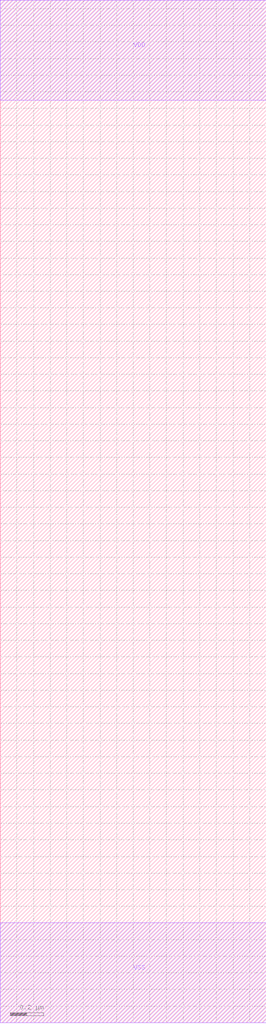
<source format=lef>
# Copyright 2022 Google LLC
# Licensed under the Apache License, Version 2.0 (the "License");
# you may not use this file except in compliance with the License.
# You may obtain a copy of the License at
#
#      http://www.apache.org/licenses/LICENSE-2.0
#
# Unless required by applicable law or agreed to in writing, software
# distributed under the License is distributed on an "AS IS" BASIS,
# WITHOUT WARRANTIES OR CONDITIONS OF ANY KIND, either express or implied.
# See the License for the specific language governing permissions and
# limitations under the License.
VERSION 5.7 ;
BUSBITCHARS "[]" ;
DIVIDERCHAR "/" ;

MACRO gf180mcu_osu_sc_gp9t3v3__fill_16
  CLASS CORE ;
  ORIGIN 0 0 ;
  FOREIGN gf180mcu_osu_sc_gp9t3v3__fill_16 0 0 ;
  SIZE 1.6 BY 6.15 ;
  SYMMETRY X Y ;
  SITE gf180mcu_osu_sc_gp9t3v3 ;
  PIN VDD
    DIRECTION INOUT ;
    USE POWER ;
    SHAPE ABUTMENT ;
    PORT
      LAYER MET1 ;
        RECT 0 5.55 1.6 6.15 ;
    END
  END VDD
  PIN VSS
    DIRECTION INOUT ;
    USE GROUND ;
    PORT
      LAYER MET1 ;
        RECT 0 0 1.6 0.6 ;
    END
  END VSS
END gf180mcu_osu_sc_gp9t3v3__fill_16

</source>
